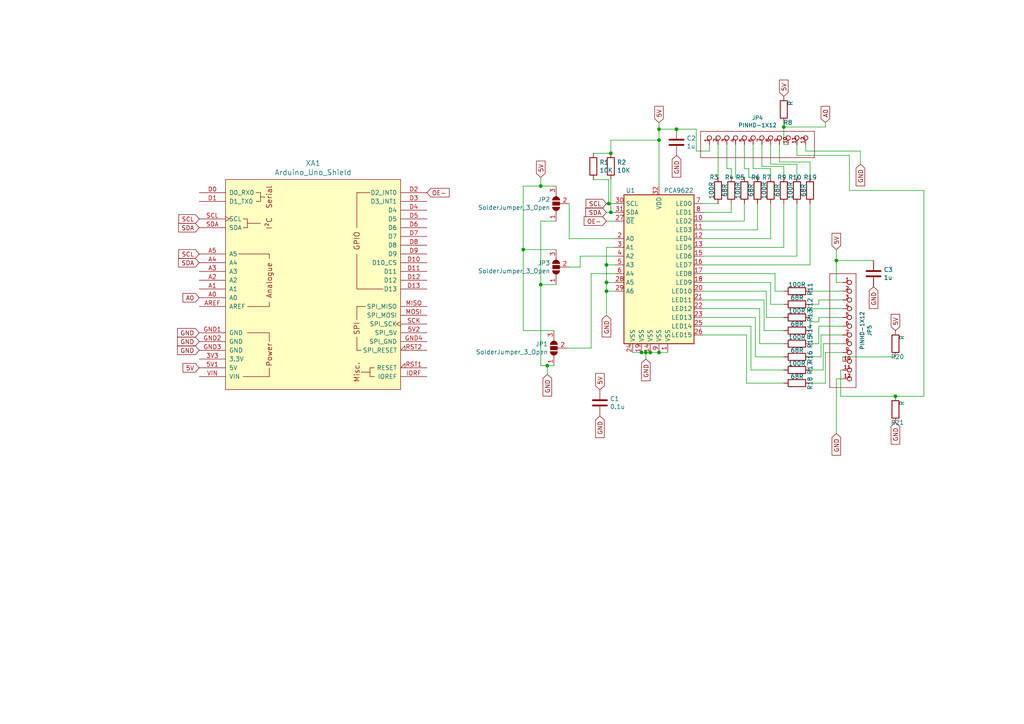
<source format=kicad_sch>
(kicad_sch (version 20230121) (generator eeschema)
  (paper "A4")
  (lib_symbols
    (symbol "Device:C" (pin_numbers hide) (pin_names (offset 0.254))
      (property "Reference" "C" (at 0.635 2.54 0))
      (property "Value" "C" (at 0.635 -2.54 0))
      (symbol "C_0_1"
        (polyline (pts (xy -2.032 -0.762) (xy 2.032 -0.762)) (stroke (width 0.508)))
        (polyline (pts (xy -2.032 0.762) (xy 2.032 0.762)) (stroke (width 0.508)))
      )
      (symbol "C_1_1"
        (pin passive line (at 0 3.81 270) (length 2.794) (name "~") (number "1"))
        (pin passive line (at 0 -3.81 90) (length 2.794) (name "~") (number "2"))
      )
    )
    (symbol "Device:R" (pin_numbers hide) (pin_names (offset 0))
      (property "Reference" "R" (at 2.032 0 90))
      (property "Value" "R" (at 0 0 90))
      (symbol "R_0_1"
        (rectangle (start -1.016 -2.54) (end 1.016 2.54) (stroke (width 0.254)))
      )
      (symbol "R_1_1"
        (pin passive line (at 0 3.81 270) (length 1.27) (name "~") (number "1"))
        (pin passive line (at 0 -3.81 90) (length 1.27) (name "~") (number "2"))
      )
    )
    (symbol "LED-shield-rescue:Arduino_Uno_Shield-arduino" (pin_names (offset 1.016))
      (property "Reference" "XA" (at 2.54 0 90))
      (property "Value" "arduino_Arduino_Uno_Shield" (at -2.54 0 90))
      (symbol "Arduino_Uno_Shield-arduino_0_0"
        (rectangle (start -25.4 30.48) (end 25.4 -30.48) (fill (type background)))
        (rectangle (start -20.32 -26.67) (end -12.7 -26.67))
        (rectangle (start -19.05 -13.97) (end -12.7 -13.97))
        (polyline (pts (xy -19.05 17.78) (xy -15.24 17.78)))
        (polyline (pts (xy -15.24 25.4) (xy -13.97 25.4)))
        (polyline (pts (xy -12.7 -26.67) (xy -12.7 -24.13)))
        (polyline (pts (xy -12.7 -15.24) (xy -12.7 -16.51)))
        (polyline (pts (xy -12.7 -13.97) (xy -12.7 -15.24)))
        (polyline (pts (xy -12.7 -5.08) (xy -12.7 -6.35) (xy -19.05 -6.35)))
        (polyline (pts (xy -12.7 7.62) (xy -12.7 8.89) (xy -21.59 8.89)))
        (polyline (pts (xy 12.7 8.89) (xy 12.7 -1.27) (xy 20.32 -1.27)))
        (polyline (pts (xy 12.7 16.51) (xy 12.7 26.67) (xy 16.51 26.67)))
        (polyline (pts (xy -20.32 19.05) (xy -19.05 19.05) (xy -19.05 16.51) (xy -20.32 16.51)))
        (polyline (pts (xy -16.51 26.67) (xy -15.24 26.67) (xy -15.24 24.13) (xy -16.51 24.13)))
        (rectangle (start 12.7 -19.05) (end 12.7 -15.24))
        (rectangle (start 12.7 -10.16) (end 12.7 -6.35))
        (rectangle (start 13.97 -19.05) (end 12.7 -19.05))
        (rectangle (start 15.24 -6.35) (end 12.7 -6.35))
        (rectangle (start 16.51 -25.4) (end 13.97 -25.4))
        (rectangle (start 16.51 -24.13) (end 16.51 -26.67))
        (rectangle (start 17.78 -26.67) (end 16.51 -26.67))
        (rectangle (start 17.78 -24.13) (end 16.51 -24.13))
        (text "Analogue" (at -12.7 1.27 900) (effects (font (size 1.524 1.524))))
        (text "I²C" (at -12.7 17.78 900) (effects (font (size 1.524 1.524))))
        (text "Misc." (at 12.7 -25.4 900) (effects (font (size 1.524 1.524))))
        (text "Power" (at -12.7 -20.32 900) (effects (font (size 1.524 1.524))))
        (text "Serial" (at -12.7 25.4 900) (effects (font (size 1.524 1.524))))
        (text "SPI" (at 12.7 -12.7 900) (effects (font (size 1.524 1.524))))
      )
      (symbol "Arduino_Uno_Shield-arduino_1_0"
        (text "GPIO" (at 12.7 12.7 900) (effects (font (size 1.524 1.524))))
      )
      (symbol "Arduino_Uno_Shield-arduino_1_1"
        (pin power_in line (at -33.02 -21.59 0) (length 7.62) (name "3.3V") (number "3V3"))
        (pin power_in line (at -33.02 -24.13 0) (length 7.62) (name "5V") (number "5V1"))
        (pin power_in line (at 33.02 -13.97 180) (length 7.62) (name "SPI_5V") (number "5V2"))
        (pin bidirectional line (at -33.02 -3.81 0) (length 7.62) (name "A0") (number "A0"))
        (pin bidirectional line (at -33.02 -1.27 0) (length 7.62) (name "A1") (number "A1"))
        (pin bidirectional line (at -33.02 1.27 0) (length 7.62) (name "A2") (number "A2"))
        (pin bidirectional line (at -33.02 3.81 0) (length 7.62) (name "A3") (number "A3"))
        (pin bidirectional line (at -33.02 6.35 0) (length 7.62) (name "A4") (number "A4"))
        (pin bidirectional line (at -33.02 8.89 0) (length 7.62) (name "A5") (number "A5"))
        (pin input line (at -33.02 -6.35 0) (length 7.62) (name "AREF") (number "AREF"))
        (pin bidirectional line (at -33.02 26.67 0) (length 7.62) (name "D0_RX0") (number "D0"))
        (pin bidirectional line (at -33.02 24.13 0) (length 7.62) (name "D1_TX0") (number "D1"))
        (pin bidirectional line (at 33.02 6.35 180) (length 7.62) (name "D10_CS") (number "D10"))
        (pin bidirectional line (at 33.02 3.81 180) (length 7.62) (name "D11") (number "D11"))
        (pin bidirectional line (at 33.02 1.27 180) (length 7.62) (name "D12") (number "D12"))
        (pin bidirectional line (at 33.02 -1.27 180) (length 7.62) (name "D13") (number "D13"))
        (pin bidirectional line (at 33.02 26.67 180) (length 7.62) (name "D2_INT0") (number "D2"))
        (pin bidirectional line (at 33.02 24.13 180) (length 7.62) (name "D3_INT1") (number "D3"))
        (pin bidirectional line (at 33.02 21.59 180) (length 7.62) (name "D4") (number "D4"))
        (pin bidirectional line (at 33.02 19.05 180) (length 7.62) (name "D5") (number "D5"))
        (pin bidirectional line (at 33.02 16.51 180) (length 7.62) (name "D6") (number "D6"))
        (pin bidirectional line (at 33.02 13.97 180) (length 7.62) (name "D7") (number "D7"))
        (pin bidirectional line (at 33.02 11.43 180) (length 7.62) (name "D8") (number "D8"))
        (pin bidirectional line (at 33.02 8.89 180) (length 7.62) (name "D9") (number "D9"))
        (pin power_in line (at -33.02 -13.97 0) (length 7.62) (name "GND") (number "GND1"))
        (pin power_in line (at -33.02 -16.51 0) (length 7.62) (name "GND") (number "GND2"))
        (pin power_in line (at -33.02 -19.05 0) (length 7.62) (name "GND") (number "GND3"))
        (pin power_in line (at 33.02 -16.51 180) (length 7.62) (name "SPI_GND") (number "GND4"))
        (pin output line (at 33.02 -26.67 180) (length 7.62) (name "IOREF") (number "IORF"))
        (pin input line (at 33.02 -6.35 180) (length 7.62) (name "SPI_MISO") (number "MISO"))
        (pin output line (at 33.02 -8.89 180) (length 7.62) (name "SPI_MOSI") (number "MOSI"))
        (pin open_collector input_low (at 33.02 -24.13 180) (length 7.62) (name "RESET") (number "RST1"))
        (pin open_collector input_low (at 33.02 -19.05 180) (length 7.62) (name "SPI_RESET") (number "RST2"))
        (pin output clock (at 33.02 -11.43 180) (length 7.62) (name "SPI_SCK") (number "SCK"))
        (pin bidirectional clock (at -33.02 19.05 0) (length 7.62) (name "SCL") (number "SCL"))
        (pin bidirectional line (at -33.02 16.51 0) (length 7.62) (name "SDA") (number "SDA"))
        (pin power_in line (at -33.02 -26.67 0) (length 7.62) (name "VIN") (number "VIN"))
      )
    )
    (symbol "LED-shield-rescue:PCA9622-reprapltd-kicad"
      (property "Reference" "U" (at -10.16 24.13 0))
      (property "Value" "reprapltd-kicad_PCA9622" (at 5.08 -21.59 0))
      (symbol "PCA9622-reprapltd-kicad_0_1"
        (rectangle (start -10.16 22.86) (end 10.16 -20.32) (stroke (width 0.254)) (fill (type background)))
      )
      (symbol "PCA9622-reprapltd-kicad_1_1"
        (pin power_in line (at 2.54 -22.86 90) (length 2.54) (name "VSS") (number "1"))
        (pin output line (at 12.7 15.24 180) (length 2.54) (name "LED2") (number "10"))
        (pin output line (at 12.7 12.7 180) (length 2.54) (name "LED3") (number "11"))
        (pin output line (at 12.7 10.16 180) (length 2.54) (name "LED4") (number "12"))
        (pin output line (at 12.7 7.62 180) (length 2.54) (name "LED5") (number "13"))
        (pin power_in line (at -2.54 -22.86 90) (length 2.54) (name "VSS") (number "14"))
        (pin output line (at 12.7 5.08 180) (length 2.54) (name "LED6") (number "15"))
        (pin output line (at 12.7 2.54 180) (length 2.54) (name "LED7") (number "16"))
        (pin output line (at 12.7 0 180) (length 2.54) (name "LED8") (number "17"))
        (pin output line (at 12.7 -2.54 180) (length 2.54) (name "LED9") (number "18"))
        (pin power_in line (at -5.08 -22.86 90) (length 2.54) (name "VSS") (number "19"))
        (pin input line (at -12.7 10.16 0) (length 2.54) (name "A0") (number "2"))
        (pin output line (at 12.7 -5.08 180) (length 2.54) (name "LED10") (number "20"))
        (pin output line (at 12.7 -7.62 180) (length 2.54) (name "LED11") (number "21"))
        (pin output line (at 12.7 -10.16 180) (length 2.54) (name "LED12") (number "22"))
        (pin output line (at 12.7 -12.7 180) (length 2.54) (name "LED13") (number "23"))
        (pin power_in line (at -7.62 -22.86 90) (length 2.54) (name "VSS") (number "24"))
        (pin output line (at 12.7 -15.24 180) (length 2.54) (name "LED14") (number "25"))
        (pin output line (at 12.7 -17.78 180) (length 2.54) (name "LED15") (number "26"))
        (pin input line (at -12.7 15.24 0) (length 2.54) (name "~{OE}") (number "27"))
        (pin input line (at -12.7 -2.54 0) (length 2.54) (name "A5") (number "28"))
        (pin input line (at -12.7 -5.08 0) (length 2.54) (name "A6") (number "29"))
        (pin input line (at -12.7 7.62 0) (length 2.54) (name "A1") (number "3"))
        (pin input line (at -12.7 20.32 0) (length 2.54) (name "SCL") (number "30"))
        (pin bidirectional line (at -12.7 17.78 0) (length 2.54) (name "SDA") (number "31"))
        (pin power_in line (at 0 25.4 270) (length 2.54) (name "VDD") (number "32"))
        (pin input line (at -12.7 5.08 0) (length 2.54) (name "A2") (number "4"))
        (pin input line (at -12.7 2.54 0) (length 2.54) (name "A3") (number "5"))
        (pin input line (at -12.7 0 0) (length 2.54) (name "A4") (number "6"))
        (pin output line (at 12.7 20.32 180) (length 2.54) (name "LED0") (number "7"))
        (pin output line (at 12.7 17.78 180) (length 2.54) (name "LED1") (number "8"))
        (pin power_in line (at 0 -22.86 90) (length 2.54) (name "VSS") (number "9"))
      )
    )
    (symbol "LED-shield-rescue:PINHD-1X12-adafruit-new" (pin_names (offset 1.016) hide)
      (property "Reference" "JP" (at -6.35 15.875 0))
      (property "Value" "adafruit-new_PINHD-1X12" (at -6.35 -20.32 0))
      (symbol "PINHD-1X12-adafruit-new_1_0"
        (polyline (pts (xy -6.35 -17.78) (xy 1.27 -17.78)))
        (polyline (pts (xy -6.35 15.24) (xy -6.35 -17.78)))
        (polyline (pts (xy 1.27 -17.78) (xy 1.27 15.24)))
        (polyline (pts (xy 1.27 15.24) (xy -6.35 15.24)))
      )
      (symbol "PINHD-1X12-adafruit-new_1_1"
        (pin passive inverted (at -2.54 12.7 0) (length 2.54) (name "1") (number "1"))
        (pin passive inverted (at -2.54 -10.16 0) (length 2.54) (name "10") (number "10"))
        (pin passive inverted (at -2.54 -12.7 0) (length 2.54) (name "11") (number "11"))
        (pin passive inverted (at -2.54 -15.24 0) (length 2.54) (name "12") (number "12"))
        (pin passive inverted (at -2.54 10.16 0) (length 2.54) (name "2") (number "2"))
        (pin passive inverted (at -2.54 7.62 0) (length 2.54) (name "3") (number "3"))
        (pin passive inverted (at -2.54 5.08 0) (length 2.54) (name "4") (number "4"))
        (pin passive inverted (at -2.54 2.54 0) (length 2.54) (name "5") (number "5"))
        (pin passive inverted (at -2.54 0 0) (length 2.54) (name "6") (number "6"))
        (pin passive inverted (at -2.54 -2.54 0) (length 2.54) (name "7") (number "7"))
        (pin passive inverted (at -2.54 -5.08 0) (length 2.54) (name "8") (number "8"))
        (pin passive inverted (at -2.54 -7.62 0) (length 2.54) (name "9") (number "9"))
      )
    )
    (symbol "LED-shield-rescue:SolderJumper_3_Open-Jumper" (pin_names (offset 0) hide)
      (property "Reference" "JP" (at -2.54 -2.54 0))
      (property "Value" "Jumper_SolderJumper_3_Open" (at 0 2.794 0))
      (symbol "SolderJumper_3_Open-Jumper_0_1"
        (arc (start -1.016 1.016) (mid -2.0276 0) (end -1.016 -1.016))
        (arc (start -1.016 1.016) (mid -2.0276 0) (end -1.016 -1.016) (fill (type outline)))
        (rectangle (start -0.508 1.016) (end 0.508 -1.016) (fill (type outline)))
        (polyline (pts (xy -2.54 0) (xy -2.032 0)))
        (polyline (pts (xy -1.016 1.016) (xy -1.016 -1.016)))
        (polyline (pts (xy 0 -1.27) (xy 0 -1.016)))
        (polyline (pts (xy 1.016 1.016) (xy 1.016 -1.016)))
        (polyline (pts (xy 2.54 0) (xy 2.032 0)))
        (arc (start 1.016 -1.016) (mid 2.0276 0) (end 1.016 1.016))
        (arc (start 1.016 -1.016) (mid 2.0276 0) (end 1.016 1.016) (fill (type outline)))
      )
      (symbol "SolderJumper_3_Open-Jumper_1_1"
        (pin passive line (at -5.08 0 0) (length 2.54) (name "A") (number "1"))
        (pin input line (at 0 -3.81 90) (length 2.54) (name "C") (number "2"))
        (pin passive line (at 5.08 0 180) (length 2.54) (name "B") (number "3"))
      )
    )
  )
  (junction (at 196.215 37.465))
  (junction (at 156.845 82.55))
  (junction (at 156.845 53.975))
  (junction (at 151.765 72.39))
  (junction (at 175.895 81.915))
  (junction (at 186.055 102.235))
  (junction (at 188.595 102.235))
  (junction (at 191.135 37.465))
  (junction (at 175.895 84.455))
  (junction (at 175.895 76.835))
  (junction (at 176.53 59.055))
  (junction (at 177.165 61.595))
  (junction (at 191.135 40.64))
  (junction (at 158.75 106.045))
  (junction (at 191.135 102.235))
  (junction (at 242.57 75.565))
  (junction (at 177.165 44.45))
  (junction (at 187.325 102.235))
  (junction (at 227.33 36.83))
  (junction (at 259.715 114.935))
  (wire (pts (xy 158.75 106.045) (xy 160.655 106.045)))
  (wire (pts (xy 158.75 108.585) (xy 158.75 106.045)))
  (wire (pts (xy 203.835 94.615) (xy 217.805 94.615)))
  (wire (pts (xy 203.835 97.155) (xy 216.535 97.155)))
  (wire (pts (xy 216.535 111.125) (xy 227.33 111.125)))
  (wire (pts (xy 177.165 61.595) (xy 175.895 61.595)))
  (wire (pts (xy 187.325 102.235) (xy 187.325 104.14)))
  (wire (pts (xy 175.895 84.455) (xy 175.895 91.44)))
  (wire (pts (xy 151.765 72.39) (xy 151.765 95.885)))
  (wire (pts (xy 246.38 55.245) (xy 267.97 55.245)))
  (wire (pts (xy 267.97 114.935) (xy 259.715 114.935)))
  (wire (pts (xy 223.52 69.215) (xy 223.52 59.055)))
  (wire (pts (xy 178.435 79.375) (xy 171.45 79.375)))
  (wire (pts (xy 205.74 43.815) (xy 201.93 43.815)))
  (wire (pts (xy 203.835 86.995) (xy 221.615 86.995)))
  (wire (pts (xy 212.09 51.435) (xy 212.09 48.895)))
  (wire (pts (xy 176.53 59.055) (xy 176.53 52.07)))
  (wire (pts (xy 243.84 114.935) (xy 243.84 107.315)))
  (wire (pts (xy 203.835 71.755) (xy 227.33 71.755)))
  (wire (pts (xy 234.95 89.535) (xy 234.95 92.075)))
  (wire (pts (xy 227.33 36.83) (xy 227.33 35.56)))
  (wire (pts (xy 220.345 89.535) (xy 220.345 99.695)))
  (wire (pts (xy 227.33 36.83) (xy 239.395 36.83)))
  (wire (pts (xy 223.52 47.625) (xy 231.14 47.625)))
  (wire (pts (xy 242.57 75.565) (xy 242.57 81.915)))
  (wire (pts (xy 191.135 40.64) (xy 191.135 53.975)))
  (wire (pts (xy 220.98 48.26) (xy 227.33 48.26)))
  (wire (pts (xy 239.395 111.125) (xy 234.95 111.125)))
  (wire (pts (xy 221.615 95.885) (xy 227.33 95.885)))
  (wire (pts (xy 212.09 59.055) (xy 212.09 61.595)))
  (wire (pts (xy 234.95 46.99) (xy 234.95 51.435)))
  (wire (pts (xy 165.1 69.215) (xy 178.435 69.215)))
  (wire (pts (xy 203.835 84.455) (xy 222.25 84.455)))
  (wire (pts (xy 237.49 93.345) (xy 237.49 92.075)))
  (wire (pts (xy 186.055 102.235) (xy 183.515 102.235)))
  (wire (pts (xy 222.25 92.075) (xy 227.33 92.075)))
  (wire (pts (xy 161.29 53.975) (xy 156.845 53.975)))
  (wire (pts (xy 178.435 71.755) (xy 175.895 71.755)))
  (wire (pts (xy 233.68 43.815) (xy 249.555 43.815)))
  (wire (pts (xy 224.79 84.455) (xy 227.33 84.455)))
  (wire (pts (xy 259.715 114.935) (xy 243.84 114.935)))
  (wire (pts (xy 171.45 79.375) (xy 171.45 100.965)))
  (wire (pts (xy 246.38 45.085) (xy 246.38 55.245)))
  (wire (pts (xy 244.475 94.615) (xy 237.49 94.615)))
  (wire (pts (xy 233.68 41.91) (xy 233.68 43.815)))
  (wire (pts (xy 237.49 88.265) (xy 237.49 86.995)))
  (wire (pts (xy 238.76 99.695) (xy 238.76 107.315)))
  (wire (pts (xy 156.845 82.55) (xy 156.845 106.045)))
  (wire (pts (xy 223.52 81.915) (xy 223.52 88.265)))
  (wire (pts (xy 223.52 41.91) (xy 223.52 47.625)))
  (wire (pts (xy 244.475 81.915) (xy 242.57 81.915)))
  (wire (pts (xy 191.135 37.465) (xy 191.135 40.64)))
  (wire (pts (xy 215.9 59.055) (xy 215.9 64.135)))
  (wire (pts (xy 244.475 103.505) (xy 259.715 103.505)))
  (wire (pts (xy 177.165 44.45) (xy 177.165 40.64)))
  (wire (pts (xy 175.895 71.755) (xy 175.895 76.835)))
  (wire (pts (xy 244.475 89.535) (xy 234.95 89.535)))
  (wire (pts (xy 219.075 92.075) (xy 219.075 103.505)))
  (wire (pts (xy 203.835 66.675) (xy 219.71 66.675)))
  (wire (pts (xy 237.49 99.695) (xy 234.95 99.695)))
  (wire (pts (xy 212.09 61.595) (xy 203.835 61.595)))
  (wire (pts (xy 213.36 51.435) (xy 215.9 51.435)))
  (wire (pts (xy 178.435 84.455) (xy 175.895 84.455)))
  (wire (pts (xy 213.36 41.91) (xy 213.36 51.435)))
  (wire (pts (xy 237.49 99.695) (xy 237.49 94.615)))
  (wire (pts (xy 177.165 61.595) (xy 177.165 52.07)))
  (wire (pts (xy 175.895 76.835) (xy 175.895 81.915)))
  (wire (pts (xy 201.93 43.815) (xy 201.93 37.465)))
  (wire (pts (xy 217.805 107.315) (xy 227.33 107.315)))
  (wire (pts (xy 193.675 102.235) (xy 191.135 102.235)))
  (wire (pts (xy 234.95 88.265) (xy 237.49 88.265)))
  (wire (pts (xy 203.835 69.215) (xy 223.52 69.215)))
  (wire (pts (xy 161.29 64.135) (xy 156.845 64.135)))
  (wire (pts (xy 244.475 84.455) (xy 234.95 84.455)))
  (wire (pts (xy 244.475 109.855) (xy 242.57 109.855)))
  (wire (pts (xy 203.835 89.535) (xy 220.345 89.535)))
  (wire (pts (xy 208.28 41.91) (xy 208.28 51.435)))
  (wire (pts (xy 215.9 41.91) (xy 215.9 48.895)))
  (wire (pts (xy 175.895 81.915) (xy 175.895 84.455)))
  (wire (pts (xy 151.765 95.885) (xy 160.655 95.885)))
  (wire (pts (xy 188.595 102.235) (xy 187.325 102.235)))
  (wire (pts (xy 234.95 93.345) (xy 237.49 93.345)))
  (wire (pts (xy 187.325 102.235) (xy 186.055 102.235)))
  (wire (pts (xy 234.95 95.885) (xy 234.95 93.345)))
  (wire (pts (xy 223.52 88.265) (xy 227.33 88.265)))
  (wire (pts (xy 205.74 41.91) (xy 205.74 43.815)))
  (wire (pts (xy 220.98 41.91) (xy 220.98 48.26)))
  (wire (pts (xy 151.765 53.975) (xy 151.765 72.39)))
  (wire (pts (xy 244.475 86.995) (xy 237.49 86.995)))
  (wire (pts (xy 156.845 106.045) (xy 158.75 106.045)))
  (wire (pts (xy 244.475 92.075) (xy 237.49 92.075)))
  (wire (pts (xy 219.075 103.505) (xy 227.33 103.505)))
  (wire (pts (xy 231.14 47.625) (xy 231.14 51.435)))
  (wire (pts (xy 253.365 75.565) (xy 242.57 75.565)))
  (wire (pts (xy 177.165 40.64) (xy 191.135 40.64)))
  (wire (pts (xy 203.835 76.835) (xy 234.95 76.835)))
  (wire (pts (xy 178.435 81.915) (xy 175.895 81.915)))
  (wire (pts (xy 156.845 51.435) (xy 156.845 53.975)))
  (wire (pts (xy 234.95 76.835) (xy 234.95 59.055)))
  (wire (pts (xy 244.475 97.155) (xy 238.125 97.155)))
  (wire (pts (xy 231.14 45.085) (xy 246.38 45.085)))
  (wire (pts (xy 220.345 99.695) (xy 227.33 99.695)))
  (wire (pts (xy 168.275 74.295) (xy 168.275 77.47)))
  (wire (pts (xy 224.79 79.375) (xy 224.79 84.455)))
  (wire (pts (xy 203.835 79.375) (xy 224.79 79.375)))
  (wire (pts (xy 217.17 48.895) (xy 215.9 48.895)))
  (wire (pts (xy 203.835 59.055) (xy 208.28 59.055)))
  (wire (pts (xy 217.17 51.435) (xy 217.17 48.895)))
  (wire (pts (xy 238.76 107.315) (xy 234.95 107.315)))
  (wire (pts (xy 239.395 36.83) (xy 239.395 35.56)))
  (wire (pts (xy 165.1 59.055) (xy 165.1 69.215)))
  (wire (pts (xy 249.555 43.815) (xy 249.555 47.625)))
  (wire (pts (xy 178.435 61.595) (xy 177.165 61.595)))
  (wire (pts (xy 203.835 92.075) (xy 219.075 92.075)))
  (wire (pts (xy 156.845 53.975) (xy 151.765 53.975)))
  (wire (pts (xy 219.71 66.675) (xy 219.71 59.055)))
  (wire (pts (xy 196.215 37.465) (xy 191.135 37.465)))
  (wire (pts (xy 212.09 48.895) (xy 210.82 48.895)))
  (wire (pts (xy 226.06 41.91) (xy 226.06 46.99)))
  (wire (pts (xy 244.475 99.695) (xy 238.76 99.695)))
  (wire (pts (xy 227.33 71.755) (xy 227.33 59.055)))
  (wire (pts (xy 228.6 41.91) (xy 227.33 41.91)))
  (wire (pts (xy 172.085 44.45) (xy 177.165 44.45)))
  (wire (pts (xy 178.435 59.055) (xy 176.53 59.055)))
  (wire (pts (xy 238.125 103.505) (xy 234.95 103.505)))
  (wire (pts (xy 244.475 102.235) (xy 239.395 102.235)))
  (wire (pts (xy 178.435 74.295) (xy 168.275 74.295)))
  (wire (pts (xy 171.45 100.965) (xy 164.465 100.965)))
  (wire (pts (xy 243.84 107.315) (xy 244.475 107.315)))
  (wire (pts (xy 178.435 76.835) (xy 175.895 76.835)))
  (wire (pts (xy 161.29 72.39) (xy 151.765 72.39)))
  (wire (pts (xy 219.71 51.435) (xy 217.17 51.435)))
  (wire (pts (xy 156.845 64.135) (xy 156.845 82.55)))
  (wire (pts (xy 222.25 84.455) (xy 222.25 92.075)))
  (wire (pts (xy 168.275 77.47) (xy 165.1 77.47)))
  (wire (pts (xy 201.93 37.465) (xy 196.215 37.465)))
  (wire (pts (xy 242.57 72.39) (xy 242.57 75.565)))
  (wire (pts (xy 226.06 46.99) (xy 234.95 46.99)))
  (wire (pts (xy 176.53 59.055) (xy 175.895 59.055)))
  (wire (pts (xy 203.835 81.915) (xy 223.52 81.915)))
  (wire (pts (xy 191.135 102.235) (xy 188.595 102.235)))
  (wire (pts (xy 227.33 41.91) (xy 227.33 36.83)))
  (wire (pts (xy 218.44 41.91) (xy 218.44 48.895)))
  (wire (pts (xy 238.125 97.155) (xy 238.125 103.505)))
  (wire (pts (xy 210.82 41.91) (xy 210.82 48.895)))
  (wire (pts (xy 161.29 82.55) (xy 156.845 82.55)))
  (wire (pts (xy 176.53 52.07) (xy 172.085 52.07)))
  (wire (pts (xy 231.14 41.91) (xy 231.14 45.085)))
  (wire (pts (xy 239.395 102.235) (xy 239.395 111.125)))
  (wire (pts (xy 223.52 48.895) (xy 218.44 48.895)))
  (wire (pts (xy 242.57 109.855) (xy 242.57 125.73)))
  (wire (pts (xy 178.435 64.135) (xy 175.895 64.135)))
  (wire (pts (xy 223.52 48.895) (xy 223.52 51.435)))
  (wire (pts (xy 267.97 55.245) (xy 267.97 114.935)))
  (wire (pts (xy 215.9 64.135) (xy 203.835 64.135)))
  (wire (pts (xy 216.535 97.155) (xy 216.535 111.125)))
  (wire (pts (xy 221.615 86.995) (xy 221.615 95.885)))
  (wire (pts (xy 203.835 74.295) (xy 231.14 74.295)))
  (wire (pts (xy 217.805 94.615) (xy 217.805 107.315)))
  (wire (pts (xy 191.135 35.56) (xy 191.135 37.465)))
  (wire (pts (xy 227.33 48.26) (xy 227.33 51.435)))
  (wire (pts (xy 244.475 104.775) (xy 244.475 103.505)))
  (wire (pts (xy 231.14 74.295) (xy 231.14 59.055)))
  (global_label "SDA" (shape input) (at 57.785 76.2 180) (property "Intersheetrefs" "${INTERSHEET_REFS}" (effects hide)))
  (global_label "5V" (shape input) (at 242.57 72.39 90) (property "Intersheetrefs" "${INTERSHEET_REFS}" (effects hide)))
  (global_label "5V" (shape input) (at 259.715 95.885 90) (property "Intersheetrefs" "${INTERSHEET_REFS}" (effects hide)))
  (global_label "SDA" (shape input) (at 57.785 66.04 180) (property "Intersheetrefs" "${INTERSHEET_REFS}" (effects hide)))
  (global_label "5V" (shape input) (at 191.135 35.56 90) (property "Intersheetrefs" "${INTERSHEET_REFS}" (effects hide)))
  (global_label "GND" (shape input) (at 259.715 122.555 270) (property "Intersheetrefs" "${INTERSHEET_REFS}" (effects hide)))
  (global_label "OE-" (shape input) (at 123.825 55.88 0) (property "Intersheetrefs" "${INTERSHEET_REFS}" (effects hide)))
  (global_label "GND" (shape input) (at 57.785 101.6 180) (property "Intersheetrefs" "${INTERSHEET_REFS}" (effects hide)))
  (global_label "5V" (shape input) (at 156.845 51.435 90) (property "Intersheetrefs" "${INTERSHEET_REFS}" (effects hide)))
  (global_label "GND" (shape input) (at 175.895 91.44 270) (property "Intersheetrefs" "${INTERSHEET_REFS}" (effects hide)))
  (global_label "GND" (shape input) (at 253.365 83.185 270) (property "Intersheetrefs" "${INTERSHEET_REFS}" (effects hide)))
  (global_label "GND" (shape input) (at 173.99 120.65 270) (property "Intersheetrefs" "${INTERSHEET_REFS}" (effects hide)))
  (global_label "A0" (shape input) (at 239.395 35.56 90) (property "Intersheetrefs" "${INTERSHEET_REFS}" (effects hide)))
  (global_label "5V" (shape input) (at 57.785 106.68 180) (property "Intersheetrefs" "${INTERSHEET_REFS}" (effects hide)))
  (global_label "SCL" (shape input) (at 57.785 63.5 180) (property "Intersheetrefs" "${INTERSHEET_REFS}" (effects hide)))
  (global_label "GND" (shape input) (at 57.785 99.06 180) (property "Intersheetrefs" "${INTERSHEET_REFS}" (effects hide)))
  (global_label "GND" (shape input) (at 249.555 47.625 270) (property "Intersheetrefs" "${INTERSHEET_REFS}" (effects hide)))
  (global_label "5V" (shape input) (at 227.33 27.94 90) (property "Intersheetrefs" "${INTERSHEET_REFS}" (effects hide)))
  (global_label "SCL" (shape input) (at 175.895 59.055 180) (property "Intersheetrefs" "${INTERSHEET_REFS}" (effects hide)))
  (global_label "5V" (shape input) (at 173.99 113.03 90) (property "Intersheetrefs" "${INTERSHEET_REFS}" (effects hide)))
  (global_label "GND" (shape input) (at 196.215 45.085 270) (property "Intersheetrefs" "${INTERSHEET_REFS}" (effects hide)))
  (global_label "GND" (shape input) (at 57.785 96.52 180) (property "Intersheetrefs" "${INTERSHEET_REFS}" (effects hide)))
  (global_label "OE-" (shape input) (at 175.895 64.135 180) (property "Intersheetrefs" "${INTERSHEET_REFS}" (effects hide)))
  (global_label "A0" (shape input) (at 57.785 86.36 180) (property "Intersheetrefs" "${INTERSHEET_REFS}" (effects hide)))
  (global_label "GND" (shape input) (at 242.57 125.73 270) (property "Intersheetrefs" "${INTERSHEET_REFS}" (effects hide)))
  (global_label "SDA" (shape input) (at 175.895 61.595 180) (property "Intersheetrefs" "${INTERSHEET_REFS}" (effects hide)))
  (global_label "GND" (shape input) (at 158.75 108.585 270) (property "Intersheetrefs" "${INTERSHEET_REFS}" (effects hide)))
  (global_label "SCL" (shape input) (at 57.785 73.66 180) (property "Intersheetrefs" "${INTERSHEET_REFS}" (effects hide)))
  (global_label "GND" (shape input) (at 187.325 104.14 270) (property "Intersheetrefs" "${INTERSHEET_REFS}" (effects hide)))
  (symbol (lib_id "LED-shield-rescue:PCA9622-reprapltd-kicad") (at 191.135 79.375 0) (unit 1)
    (property "Reference" "U1" (at 182.88 55.245 0))
    (property "Value" "PCA9622" (at 196.85 55.245 0))
    (property "Footprint" "Package_SO:TSSOP-32_6.1x11mm_P0.65mm" (effects hide))
    (property "Datasheet" "https://www.nxp.com/docs/en/data-sheet/PCA9635.pdf" (effects hide))
  )
  (symbol (lib_id "LED-shield-rescue:SolderJumper_3_Open-Jumper") (at 161.29 59.055 90) (unit 1)
    (property "Reference" "JP2" (at 159.5882 57.8866 90) (effects (justify left)))
    (property "Value" "SolderJumper_3_Open" (at 159.5882 60.198 90) (effects (justify left)))
    (property "Footprint" "Jumper:SolderJumper-3_P1.3mm_Open_Pad1.0x1.5mm" (effects hide))
  )
  (symbol (lib_id "LED-shield-rescue:SolderJumper_3_Open-Jumper") (at 161.29 77.47 90) (unit 1)
    (property "Reference" "JP3" (at 159.5882 76.3016 90) (effects (justify left)))
    (property "Value" "SolderJumper_3_Open" (at 159.5882 78.613 90) (effects (justify left)))
    (property "Footprint" "Jumper:SolderJumper-3_P1.3mm_Open_Pad1.0x1.5mm" (effects hide))
  )
  (symbol (lib_id "LED-shield-rescue:SolderJumper_3_Open-Jumper") (at 160.655 100.965 90) (unit 1)
    (property "Reference" "JP1" (at 158.9532 99.7966 90) (effects (justify left)))
    (property "Value" "SolderJumper_3_Open" (at 158.9532 102.108 90) (effects (justify left)))
    (property "Footprint" "Jumper:SolderJumper-3_P1.3mm_Open_Pad1.0x1.5mm" (effects hide))
  )
  (symbol (lib_id "Device:R") (at 172.085 48.26 0) (unit 1)
    (property "Reference" "R1" (at 173.863 47.0916 0) (effects (justify left)))
    (property "Value" "10K" (at 173.863 49.403 0) (effects (justify left)))
    (property "Footprint" "Resistor_SMD:R_0805_2012Metric" (effects hide))
  )
  (symbol (lib_id "Device:R") (at 177.165 48.26 0) (unit 1)
    (property "Reference" "R2" (at 178.943 47.0916 0) (effects (justify left)))
    (property "Value" "10K" (at 178.943 49.403 0) (effects (justify left)))
    (property "Footprint" "Resistor_SMD:R_0805_2012Metric" (effects hide))
  )
  (symbol (lib_id "Device:C") (at 173.99 116.84 0) (unit 1)
    (property "Reference" "C1" (at 176.911 115.6716 0) (effects (justify left)))
    (property "Value" "0.1u" (at 176.911 117.983 0) (effects (justify left)))
    (property "Footprint" "Capacitor_SMD:C_0805_2012Metric_Pad1.15x1.40mm_HandSolder" (effects hide))
  )
  (symbol (lib_id "Device:R") (at 208.28 55.245 0) (unit 1)
    (property "Reference" "R3" (at 205.74 51.435 0) (effects (justify left)))
    (property "Value" "100R" (at 206.375 57.785 90) (effects (justify left)))
    (property "Footprint" "Resistor_SMD:R_0805_2012Metric" (effects hide))
  )
  (symbol (lib_id "Device:R") (at 212.09 55.245 0) (unit 1)
    (property "Reference" "R4" (at 210.185 51.435 0) (effects (justify left)))
    (property "Value" "68R" (at 210.185 57.15 90) (effects (justify left)))
    (property "Footprint" "Resistor_SMD:R_0805_2012Metric" (effects hide))
  )
  (symbol (lib_id "LED-shield-rescue:PINHD-1X12-adafruit-new") (at 218.44 39.37 90) (unit 1)
    (property "Reference" "JP4" (at 219.71 34.1884 90) (effects (font (size 1.143 1.143))))
    (property "Value" "PINHD-1X12" (at 219.71 36.322 90) (effects (font (size 1.143 1.143))))
    (property "Footprint" "Connector_PinHeader_2.54mm:PinHeader_1x12_P2.54mm_Vertical" (effects hide))
  )
  (symbol (lib_id "Device:C") (at 196.215 41.275 0) (unit 1)
    (property "Reference" "C2" (at 199.136 40.1066 0) (effects (justify left)))
    (property "Value" "1u" (at 199.136 42.418 0) (effects (justify left)))
    (property "Footprint" "Capacitor_SMD:C_0805_2012Metric_Pad1.15x1.40mm_HandSolder" (effects hide))
  )
  (symbol (lib_id "Device:R") (at 215.9 55.245 0) (unit 1)
    (property "Reference" "R5" (at 213.36 51.435 0) (effects (justify left)))
    (property "Value" "100R" (at 213.995 57.785 90) (effects (justify left)))
    (property "Footprint" "Resistor_SMD:R_0805_2012Metric" (effects hide))
  )
  (symbol (lib_id "Device:R") (at 219.71 55.245 0) (unit 1)
    (property "Reference" "R6" (at 217.805 51.435 0) (effects (justify left)))
    (property "Value" "68R" (at 217.805 57.15 90) (effects (justify left)))
    (property "Footprint" "Resistor_SMD:R_0805_2012Metric" (effects hide))
  )
  (symbol (lib_id "Device:R") (at 223.52 55.245 0) (unit 1)
    (property "Reference" "R7" (at 220.98 51.435 0) (effects (justify left)))
    (property "Value" "100R" (at 221.615 57.785 90) (effects (justify left)))
    (property "Footprint" "Resistor_SMD:R_0805_2012Metric" (effects hide))
  )
  (symbol (lib_id "Device:R") (at 227.33 55.245 0) (unit 1)
    (property "Reference" "R9" (at 225.425 51.435 0) (effects (justify left)))
    (property "Value" "68R" (at 225.425 57.15 90) (effects (justify left)))
    (property "Footprint" "Resistor_SMD:R_0805_2012Metric" (effects hide))
  )
  (symbol (lib_id "Device:R") (at 234.95 55.245 0) (unit 1)
    (property "Reference" "R19" (at 233.045 51.435 0) (effects (justify left)))
    (property "Value" "68R" (at 233.045 57.15 90) (effects (justify left)))
    (property "Footprint" "Resistor_SMD:R_0805_2012Metric" (effects hide))
  )
  (symbol (lib_id "Device:R") (at 231.14 55.245 0) (unit 1)
    (property "Reference" "R10" (at 228.6 51.435 0) (effects (justify left)))
    (property "Value" "100R" (at 229.235 57.785 90) (effects (justify left)))
    (property "Footprint" "Resistor_SMD:R_0805_2012Metric" (effects hide))
  )
  (symbol (lib_id "LED-shield-rescue:PINHD-1X12-adafruit-new") (at 247.015 94.615 0) (unit 1)
    (property "Reference" "JP5" (at 252.1966 95.885 90) (effects (font (size 1.143 1.143))))
    (property "Value" "PINHD-1X12" (at 250.063 95.885 90) (effects (font (size 1.143 1.143))))
    (property "Footprint" "Connector_PinHeader_2.54mm:PinHeader_1x12_P2.54mm_Vertical" (effects hide))
  )
  (symbol (lib_id "Device:R") (at 231.14 88.265 270) (unit 1)
    (property "Reference" "R12" (at 234.95 86.36 0) (effects (justify left)))
    (property "Value" "68R" (at 229.235 86.36 90) (effects (justify left)))
    (property "Footprint" "Resistor_SMD:R_0805_2012Metric" (effects hide))
  )
  (symbol (lib_id "Device:R") (at 231.14 84.455 270) (unit 1)
    (property "Reference" "R11" (at 234.95 81.915 0) (effects (justify left)))
    (property "Value" "100R" (at 228.6 82.55 90) (effects (justify left)))
    (property "Footprint" "Resistor_SMD:R_0805_2012Metric" (effects hide))
  )
  (symbol (lib_id "Device:R") (at 231.14 92.075 270) (unit 1)
    (property "Reference" "R13" (at 234.95 89.535 0) (effects (justify left)))
    (property "Value" "100R" (at 228.6 90.17 90) (effects (justify left)))
    (property "Footprint" "Resistor_SMD:R_0805_2012Metric" (effects hide))
  )
  (symbol (lib_id "Device:R") (at 231.14 95.885 270) (unit 1)
    (property "Reference" "R14" (at 234.95 93.98 0) (effects (justify left)))
    (property "Value" "68R" (at 229.235 93.98 90) (effects (justify left)))
    (property "Footprint" "Resistor_SMD:R_0805_2012Metric" (effects hide))
  )
  (symbol (lib_id "Device:R") (at 231.14 99.695 270) (unit 1)
    (property "Reference" "R15" (at 234.95 97.155 0) (effects (justify left)))
    (property "Value" "100R" (at 228.6 97.79 90) (effects (justify left)))
    (property "Footprint" "Resistor_SMD:R_0805_2012Metric" (effects hide))
  )
  (symbol (lib_id "Device:R") (at 231.14 103.505 270) (unit 1)
    (property "Reference" "R16" (at 234.95 101.6 0) (effects (justify left)))
    (property "Value" "68R" (at 229.235 101.6 90) (effects (justify left)))
    (property "Footprint" "Resistor_SMD:R_0805_2012Metric" (effects hide))
  )
  (symbol (lib_id "Device:R") (at 231.14 111.125 270) (unit 1)
    (property "Reference" "R18" (at 234.95 109.22 0) (effects (justify left)))
    (property "Value" "68R" (at 229.235 109.22 90) (effects (justify left)))
    (property "Footprint" "Resistor_SMD:R_0805_2012Metric" (effects hide))
  )
  (symbol (lib_id "Device:R") (at 231.14 107.315 270) (unit 1)
    (property "Reference" "R17" (at 234.95 104.775 0) (effects (justify left)))
    (property "Value" "100R" (at 228.6 105.41 90) (effects (justify left)))
    (property "Footprint" "Resistor_SMD:R_0805_2012Metric" (effects hide))
  )
  (symbol (lib_id "Device:C") (at 253.365 79.375 0) (unit 1)
    (property "Reference" "C3" (at 256.286 78.2066 0) (effects (justify left)))
    (property "Value" "1u" (at 256.286 80.518 0) (effects (justify left)))
    (property "Footprint" "Capacitor_SMD:C_0805_2012Metric_Pad1.15x1.40mm_HandSolder" (effects hide))
  )
  (symbol (lib_id "Device:R") (at 259.715 99.695 180) (unit 1)
    (property "Reference" "R20" (at 262.255 103.505 0) (effects (justify left)))
    (property "Value" "R" (at 261.62 97.155 90) (effects (justify left)))
    (property "Footprint" "Resistor_SMD:R_0805_2012Metric" (effects hide))
  )
  (symbol (lib_id "Device:R") (at 227.33 31.75 180) (unit 1)
    (property "Reference" "R8" (at 229.87 35.56 0) (effects (justify left)))
    (property "Value" "R" (at 229.235 29.21 90) (effects (justify left)))
    (property "Footprint" "Resistor_SMD:R_0805_2012Metric" (effects hide))
  )
  (symbol (lib_id "Device:R") (at 259.715 118.745 180) (unit 1)
    (property "Reference" "R21" (at 262.255 122.555 0) (effects (justify left)))
    (property "Value" "R" (at 261.62 116.205 90) (effects (justify left)))
    (property "Footprint" "Resistor_SMD:R_0805_2012Metric" (effects hide))
  )
  (symbol (lib_id "LED-shield-rescue:Arduino_Uno_Shield-arduino") (at 90.805 82.55 0) (unit 1)
    (property "Reference" "XA1" (at 90.805 47.3202 0) (effects (font (size 1.524 1.524))))
    (property "Value" "Arduino_Uno_Shield" (at 90.805 50.0126 0) (effects (font (size 1.524 1.524))))
    (property "Footprint" "arduino:Arduino_Uno_Shield" (effects hide))
    (property "Datasheet" "https://store.arduino.cc/arduino-uno-rev3" (effects hide))
  )
)
</source>
